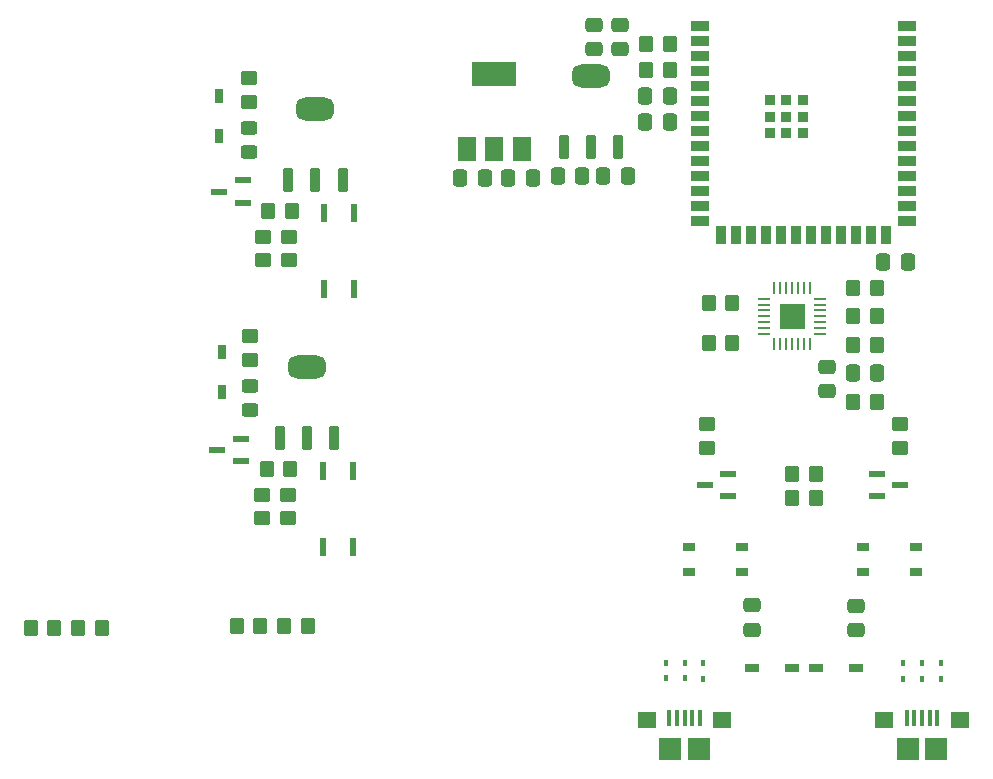
<source format=gbr>
%TF.GenerationSoftware,KiCad,Pcbnew,7.0.9*%
%TF.CreationDate,2024-03-19T15:39:07-05:00*%
%TF.ProjectId,Humidifier Subsystem,48756d69-6469-4666-9965-722053756273,rev?*%
%TF.SameCoordinates,Original*%
%TF.FileFunction,Paste,Top*%
%TF.FilePolarity,Positive*%
%FSLAX46Y46*%
G04 Gerber Fmt 4.6, Leading zero omitted, Abs format (unit mm)*
G04 Created by KiCad (PCBNEW 7.0.9) date 2024-03-19 15:39:07*
%MOMM*%
%LPD*%
G01*
G04 APERTURE LIST*
G04 Aperture macros list*
%AMRoundRect*
0 Rectangle with rounded corners*
0 $1 Rounding radius*
0 $2 $3 $4 $5 $6 $7 $8 $9 X,Y pos of 4 corners*
0 Add a 4 corners polygon primitive as box body*
4,1,4,$2,$3,$4,$5,$6,$7,$8,$9,$2,$3,0*
0 Add four circle primitives for the rounded corners*
1,1,$1+$1,$2,$3*
1,1,$1+$1,$4,$5*
1,1,$1+$1,$6,$7*
1,1,$1+$1,$8,$9*
0 Add four rect primitives between the rounded corners*
20,1,$1+$1,$2,$3,$4,$5,0*
20,1,$1+$1,$4,$5,$6,$7,0*
20,1,$1+$1,$6,$7,$8,$9,0*
20,1,$1+$1,$8,$9,$2,$3,0*%
G04 Aperture macros list end*
%ADD10C,0.010000*%
%ADD11RoundRect,0.250000X0.350000X0.450000X-0.350000X0.450000X-0.350000X-0.450000X0.350000X-0.450000X0*%
%ADD12R,0.600000X1.500000*%
%ADD13R,1.422400X0.558800*%
%ADD14RoundRect,0.250000X-0.475000X0.337500X-0.475000X-0.337500X0.475000X-0.337500X0.475000X0.337500X0*%
%ADD15RoundRect,0.051100X-0.313900X0.553900X-0.313900X-0.553900X0.313900X-0.553900X0.313900X0.553900X0*%
%ADD16R,1.500000X2.000000*%
%ADD17R,3.800000X2.000000*%
%ADD18R,1.000000X0.700000*%
%ADD19RoundRect,0.250000X-0.337500X-0.475000X0.337500X-0.475000X0.337500X0.475000X-0.337500X0.475000X0*%
%ADD20RoundRect,0.250000X-0.450000X0.350000X-0.450000X-0.350000X0.450000X-0.350000X0.450000X0.350000X0*%
%ADD21RoundRect,0.250000X0.337500X0.475000X-0.337500X0.475000X-0.337500X-0.475000X0.337500X-0.475000X0*%
%ADD22R,0.400000X0.480000*%
%ADD23RoundRect,0.111600X0.353400X-0.878400X0.353400X0.878400X-0.353400X0.878400X-0.353400X-0.878400X0*%
%ADD24RoundRect,0.792000X0.823000X-0.198000X0.823000X0.198000X-0.823000X0.198000X-0.823000X-0.198000X0*%
%ADD25R,1.500000X0.900000*%
%ADD26R,0.900000X1.500000*%
%ADD27R,0.900000X0.900000*%
%ADD28RoundRect,0.250000X-0.350000X-0.450000X0.350000X-0.450000X0.350000X0.450000X-0.350000X0.450000X0*%
%ADD29RoundRect,0.250000X0.475000X-0.337500X0.475000X0.337500X-0.475000X0.337500X-0.475000X-0.337500X0*%
%ADD30RoundRect,0.250000X0.450000X-0.325000X0.450000X0.325000X-0.450000X0.325000X-0.450000X-0.325000X0*%
%ADD31RoundRect,0.250000X0.450000X-0.350000X0.450000X0.350000X-0.450000X0.350000X-0.450000X-0.350000X0*%
%ADD32R,0.400000X1.350000*%
%ADD33R,1.600000X1.400000*%
%ADD34R,1.900000X1.900000*%
%ADD35R,0.270000X0.990000*%
%ADD36R,0.990000X0.270000*%
%ADD37R,1.320800X0.558800*%
%ADD38R,1.210000X0.730000*%
G04 APERTURE END LIST*
%TO.C,U4*%
D10*
X127027740Y-87777740D02*
X124972260Y-87777740D01*
X124972260Y-85722260D01*
X127027740Y-85722260D01*
X127027740Y-87777740D01*
G36*
X127027740Y-87777740D02*
G01*
X124972260Y-87777740D01*
X124972260Y-85722260D01*
X127027740Y-85722260D01*
X127027740Y-87777740D01*
G37*
%TD*%
D11*
%TO.C,R7*%
X120950000Y-89000000D03*
X118950000Y-89000000D03*
%TD*%
D12*
%TO.C,U9*%
X86380002Y-84405000D03*
X88920002Y-84405000D03*
X88920002Y-77995000D03*
X86380002Y-77995000D03*
%TD*%
D13*
%TO.C,U5*%
X120600000Y-102000000D03*
X120600000Y-100095000D03*
X118669600Y-101047500D03*
%TD*%
D14*
%TO.C,C8*%
X129000000Y-91000000D03*
X129000000Y-93075000D03*
%TD*%
D11*
%TO.C,R6*%
X133200000Y-89150000D03*
X131200000Y-89150000D03*
%TD*%
D13*
%TO.C,U6*%
X133200000Y-100095000D03*
X133200000Y-102000000D03*
X135130400Y-101047500D03*
%TD*%
D15*
%TO.C,D11*%
X77450002Y-71480000D03*
X77450002Y-68120000D03*
%TD*%
D16*
%TO.C,U3*%
X98500000Y-72550000D03*
X100800000Y-72550000D03*
X103100000Y-72550000D03*
D17*
X100800000Y-66250000D03*
%TD*%
D11*
%TO.C,R13*%
X115665000Y-63710000D03*
X113665000Y-63710000D03*
%TD*%
D18*
%TO.C,S1*%
X136500000Y-108400000D03*
X132000000Y-108400000D03*
X136500000Y-106250000D03*
X132000000Y-106250000D03*
%TD*%
D19*
%TO.C,C1*%
X110002500Y-74910000D03*
X112077500Y-74910000D03*
%TD*%
D20*
%TO.C,R1*%
X81132654Y-101835001D03*
X81132654Y-103835001D03*
%TD*%
D21*
%TO.C,C10*%
X115665000Y-68110000D03*
X113590000Y-68110000D03*
%TD*%
%TO.C,C2*%
X108240000Y-74910000D03*
X106165000Y-74910000D03*
%TD*%
D22*
%TO.C,D1*%
X138600000Y-116100000D03*
X138600000Y-117420000D03*
%TD*%
D23*
%TO.C,U11*%
X82632654Y-97050001D03*
X84932654Y-97050001D03*
X87232654Y-97050001D03*
D24*
X84932654Y-91020001D03*
%TD*%
D11*
%TO.C,R18*%
X63547500Y-113100000D03*
X61547500Y-113100000D03*
%TD*%
%TO.C,R3*%
X133200000Y-86750000D03*
X131200000Y-86750000D03*
%TD*%
D18*
%TO.C,S2*%
X121800000Y-108400000D03*
X117300000Y-108400000D03*
X121800000Y-106250000D03*
X117300000Y-106250000D03*
%TD*%
D25*
%TO.C,U1*%
X118250000Y-62140000D03*
X118250000Y-63410000D03*
X118250000Y-64680000D03*
X118250000Y-65950000D03*
X118250000Y-67220000D03*
X118250000Y-68490000D03*
X118250000Y-69760000D03*
X118250000Y-71030000D03*
X118250000Y-72300000D03*
X118250000Y-73570000D03*
X118250000Y-74840000D03*
X118250000Y-76110000D03*
X118250000Y-77380000D03*
X118250000Y-78650000D03*
D26*
X120015000Y-79900000D03*
X121285000Y-79900000D03*
X122555000Y-79900000D03*
X123825000Y-79900000D03*
X125095000Y-79900000D03*
X126365000Y-79900000D03*
X127635000Y-79900000D03*
X128905000Y-79900000D03*
X130175000Y-79900000D03*
X131445000Y-79900000D03*
X132715000Y-79900000D03*
X133985000Y-79900000D03*
D25*
X135750000Y-78650000D03*
X135750000Y-77380000D03*
X135750000Y-76110000D03*
X135750000Y-74840000D03*
X135750000Y-73570000D03*
X135750000Y-72300000D03*
X135750000Y-71030000D03*
X135750000Y-69760000D03*
X135750000Y-68490000D03*
X135750000Y-67220000D03*
X135750000Y-65950000D03*
X135750000Y-64680000D03*
X135750000Y-63410000D03*
X135750000Y-62140000D03*
D27*
X125500000Y-69860000D03*
X124100000Y-69860000D03*
X126900000Y-69860000D03*
X124100000Y-71260000D03*
X125500000Y-71260000D03*
X126900000Y-71260000D03*
X124100000Y-68460000D03*
X125500000Y-68460000D03*
X126900000Y-68460000D03*
%TD*%
D28*
%TO.C,R10*%
X126000000Y-100100000D03*
X128000000Y-100100000D03*
%TD*%
D29*
%TO.C,C4*%
X109265000Y-64147500D03*
X109265000Y-62072500D03*
%TD*%
D30*
%TO.C,D10*%
X80132654Y-94660001D03*
X80132654Y-92610001D03*
%TD*%
D31*
%TO.C,R11*%
X118800000Y-97895000D03*
X118800000Y-95895000D03*
%TD*%
D22*
%TO.C,D3*%
X118500000Y-116100000D03*
X118500000Y-117420000D03*
%TD*%
D32*
%TO.C,J2*%
X135700000Y-120725000D03*
X136350000Y-120725000D03*
X137000000Y-120725000D03*
X137650000Y-120725000D03*
X138300000Y-120725000D03*
D33*
X133800000Y-120950000D03*
X140200000Y-120950000D03*
D34*
X138200000Y-123400000D03*
X135800000Y-123400000D03*
%TD*%
D23*
%TO.C,U2*%
X106700000Y-72415000D03*
X109000000Y-72415000D03*
X111300000Y-72415000D03*
D24*
X109000000Y-66385000D03*
%TD*%
D22*
%TO.C,D4*%
X116900000Y-116080000D03*
X116900000Y-117400000D03*
%TD*%
D21*
%TO.C,C12*%
X115665000Y-70310000D03*
X113590000Y-70310000D03*
%TD*%
D11*
%TO.C,R9*%
X128000000Y-102100000D03*
X126000000Y-102100000D03*
%TD*%
D29*
%TO.C,C5*%
X111465000Y-64147500D03*
X111465000Y-62072500D03*
%TD*%
D31*
%TO.C,R19*%
X80132654Y-90435001D03*
X80132654Y-88435001D03*
%TD*%
D15*
%TO.C,D9*%
X77732654Y-93115001D03*
X77732654Y-89755001D03*
%TD*%
D11*
%TO.C,R5*%
X133200000Y-94000000D03*
X131200000Y-94000000D03*
%TD*%
%TO.C,R17*%
X81000000Y-113000000D03*
X79000000Y-113000000D03*
%TD*%
D28*
%TO.C,R16*%
X65547500Y-113100000D03*
X67547500Y-113100000D03*
%TD*%
D19*
%TO.C,C3*%
X101962500Y-75050000D03*
X104037500Y-75050000D03*
%TD*%
D21*
%TO.C,C13*%
X100000000Y-75050000D03*
X97925000Y-75050000D03*
%TD*%
D12*
%TO.C,U8*%
X86262654Y-106240001D03*
X88802654Y-106240001D03*
X88802654Y-99830001D03*
X86262654Y-99830001D03*
%TD*%
D35*
%TO.C,U4*%
X124500000Y-89110000D03*
X125000000Y-89110000D03*
X125500000Y-89110000D03*
X126000000Y-89110000D03*
X126500000Y-89110000D03*
X127000000Y-89110000D03*
X127500000Y-89110000D03*
D36*
X128360000Y-88250000D03*
X128360000Y-87750000D03*
X128360000Y-87250000D03*
X128360000Y-86750000D03*
X128360000Y-86250000D03*
X128360000Y-85750000D03*
X128360000Y-85250000D03*
D35*
X127500000Y-84390000D03*
X127000000Y-84390000D03*
X126500000Y-84390000D03*
X126000000Y-84390000D03*
X125500000Y-84390000D03*
X125000000Y-84390000D03*
X124500000Y-84390000D03*
D36*
X123640000Y-85250000D03*
X123640000Y-85750000D03*
X123640000Y-86250000D03*
X123640000Y-86750000D03*
X123640000Y-87250000D03*
X123640000Y-87750000D03*
X123640000Y-88250000D03*
%TD*%
D32*
%TO.C,J3*%
X115600000Y-120725000D03*
X116250000Y-120725000D03*
X116900000Y-120725000D03*
X117550000Y-120725000D03*
X118200000Y-120725000D03*
D33*
X113700000Y-120950000D03*
X120100000Y-120950000D03*
D34*
X118100000Y-123400000D03*
X115700000Y-123400000D03*
%TD*%
D37*
%TO.C,U10*%
X79482002Y-77152500D03*
X79482002Y-75247500D03*
X77450002Y-76200000D03*
%TD*%
D22*
%TO.C,D7*%
X135400000Y-116100000D03*
X135400000Y-117420000D03*
%TD*%
D37*
%TO.C,U7*%
X79332654Y-99035001D03*
X79332654Y-97130001D03*
X77300654Y-98082501D03*
%TD*%
D30*
%TO.C,D12*%
X80050002Y-72825000D03*
X80050002Y-70775000D03*
%TD*%
D22*
%TO.C,D2*%
X137000000Y-116100000D03*
X137000000Y-117420000D03*
%TD*%
D11*
%TO.C,R22*%
X83650002Y-77800000D03*
X81650002Y-77800000D03*
%TD*%
D31*
%TO.C,R12*%
X135165200Y-97876000D03*
X135165200Y-95876000D03*
%TD*%
D38*
%TO.C,D6*%
X128040000Y-116500000D03*
X131400000Y-116500000D03*
%TD*%
D23*
%TO.C,U12*%
X83350002Y-75215000D03*
X85650002Y-75215000D03*
X87950002Y-75215000D03*
D24*
X85650002Y-69185000D03*
%TD*%
D28*
%TO.C,R15*%
X83000000Y-113000000D03*
X85000000Y-113000000D03*
%TD*%
D31*
%TO.C,R24*%
X80050002Y-68600000D03*
X80050002Y-66600000D03*
%TD*%
D19*
%TO.C,C9*%
X131162500Y-91550000D03*
X133237500Y-91550000D03*
%TD*%
D11*
%TO.C,R8*%
X120950000Y-85600000D03*
X118950000Y-85600000D03*
%TD*%
D20*
%TO.C,R23*%
X81250002Y-80000000D03*
X81250002Y-82000000D03*
%TD*%
D22*
%TO.C,D8*%
X115300000Y-116080000D03*
X115300000Y-117400000D03*
%TD*%
D29*
%TO.C,C7*%
X122600000Y-113300000D03*
X122600000Y-111225000D03*
%TD*%
D38*
%TO.C,D5*%
X125960000Y-116500000D03*
X122600000Y-116500000D03*
%TD*%
D11*
%TO.C,R2*%
X83532654Y-99635001D03*
X81532654Y-99635001D03*
%TD*%
D21*
%TO.C,C11*%
X135815000Y-82160000D03*
X133740000Y-82160000D03*
%TD*%
D31*
%TO.C,R21*%
X83450002Y-82000000D03*
X83450002Y-80000000D03*
%TD*%
%TO.C,R20*%
X83332654Y-103835001D03*
X83332654Y-101835001D03*
%TD*%
D11*
%TO.C,R4*%
X133200000Y-84350000D03*
X131200000Y-84350000D03*
%TD*%
D28*
%TO.C,R14*%
X113665000Y-65910000D03*
X115665000Y-65910000D03*
%TD*%
D29*
%TO.C,C6*%
X131400000Y-113337500D03*
X131400000Y-111262500D03*
%TD*%
M02*

</source>
